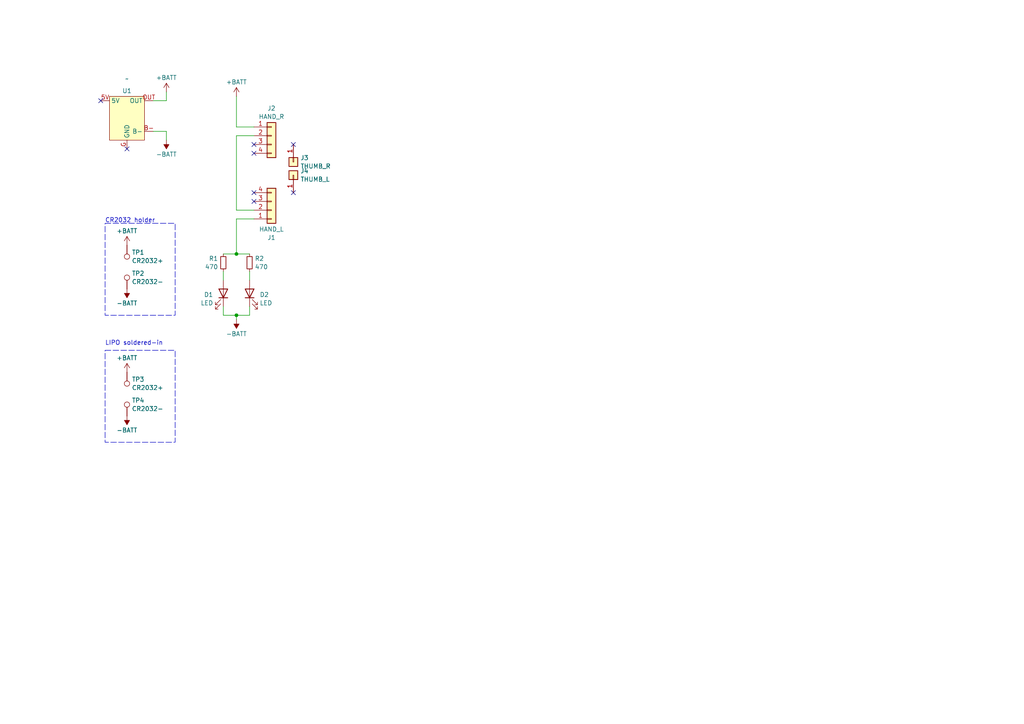
<source format=kicad_sch>
(kicad_sch (version 20230121) (generator eeschema)
  (paper "A4")
  (lib_symbols
    (symbol "Connector:TestPoint" (pin_numbers hide) (pin_names (offset 0.762) hide)
      (property "Reference" "TP" (at 0 6.858 0))
      (property "Value" "TestPoint" (at 0 5.08 0))
      (symbol "TestPoint_0_1"
        (circle (center 0 3.302) (radius 0.762))
      )
      (symbol "TestPoint_1_1"
        (pin passive line (at 0 0 90) (length 2.54) (name "1") (number "1"))
      )
    )
    (symbol "Connector_Generic:Conn_01x01" (pin_names (offset 1.016) hide)
      (property "Reference" "J" (at 0 2.54 0))
      (property "Value" "Conn_01x01" (at 0 -2.54 0))
      (symbol "Conn_01x01_1_1"
        (rectangle (start -1.27 0.127) (end 0 -0.127) (stroke (width 0.1524)))
        (rectangle (start -1.27 1.27) (end 1.27 -1.27) (stroke (width 0.254)) (fill (type background)))
        (pin passive line (at -5.08 0 0) (length 3.81) (name "Pin_1") (number "1"))
      )
    )
    (symbol "Connector_Generic:Conn_01x04" (pin_names (offset 1.016) hide)
      (property "Reference" "J" (at 0 5.08 0))
      (property "Value" "Conn_01x04" (at 0 -7.62 0))
      (symbol "Conn_01x04_1_1"
        (rectangle (start -1.27 -4.953) (end 0 -5.207) (stroke (width 0.1524)))
        (rectangle (start -1.27 -2.413) (end 0 -2.667) (stroke (width 0.1524)))
        (rectangle (start -1.27 0.127) (end 0 -0.127) (stroke (width 0.1524)))
        (rectangle (start -1.27 2.667) (end 0 2.413) (stroke (width 0.1524)))
        (rectangle (start -1.27 3.81) (end 1.27 -6.35) (stroke (width 0.254)) (fill (type background)))
        (pin passive line (at -5.08 2.54 0) (length 3.81) (name "Pin_1") (number "1"))
        (pin passive line (at -5.08 0 0) (length 3.81) (name "Pin_2") (number "2"))
        (pin passive line (at -5.08 -2.54 0) (length 3.81) (name "Pin_3") (number "3"))
        (pin passive line (at -5.08 -5.08 0) (length 3.81) (name "Pin_4") (number "4"))
      )
    )
    (symbol "Critbit_lib:TP4056_MODULE"
      (property "Reference" "U" (at 0 11.43 0))
      (symbol "TP4056_MODULE_1_1"
        (rectangle (start -5.08 6.35) (end 5.08 -6.35) (fill (type background)))
        (pin power_in line (at -7.62 5.08 0) (length 2.54) (name "5V") (number "5V"))
        (pin power_out line (at 7.62 5.08 180) (length 2.54) hide (name "B+") (number "B+"))
        (pin power_in line (at 7.62 -3.81 180) (length 2.54) (name "B-") (number "B-"))
        (pin input line (at 0 -8.89 90) (length 2.54) (name "GND") (number "G"))
        (pin power_out line (at 0 -8.89 90) (length 2.54) hide (name "GND") (number "G2"))
        (pin power_out line (at 7.62 5.08 180) (length 2.54) (name "OUT") (number "OUT"))
      )
    )
    (symbol "Device:LED" (pin_numbers hide) (pin_names (offset 1.016) hide)
      (property "Reference" "D" (at 0 2.54 0))
      (property "Value" "LED" (at 0 -2.54 0))
      (symbol "LED_0_1"
        (polyline (pts (xy -1.27 -1.27) (xy -1.27 1.27)) (stroke (width 0.254)))
        (polyline (pts (xy -1.27 0) (xy 1.27 0)))
        (polyline (pts (xy 1.27 -1.27) (xy 1.27 1.27) (xy -1.27 0) (xy 1.27 -1.27)) (stroke (width 0.254)))
        (polyline (pts (xy -3.048 -0.762) (xy -4.572 -2.286) (xy -3.81 -2.286) (xy -4.572 -2.286) (xy -4.572 -1.524)))
        (polyline (pts (xy -1.778 -0.762) (xy -3.302 -2.286) (xy -2.54 -2.286) (xy -3.302 -2.286) (xy -3.302 -1.524)))
      )
      (symbol "LED_1_1"
        (pin passive line (at -3.81 0 0) (length 2.54) (name "K") (number "1"))
        (pin passive line (at 3.81 0 180) (length 2.54) (name "A") (number "2"))
      )
    )
    (symbol "Device:R_Small" (pin_numbers hide) (pin_names (offset 0.254) hide)
      (property "Reference" "R" (at 0.762 0.508 0))
      (property "Value" "R_Small" (at 0.762 -1.016 0))
      (symbol "R_Small_0_1"
        (rectangle (start -0.762 1.778) (end 0.762 -1.778) (stroke (width 0.2032)))
      )
      (symbol "R_Small_1_1"
        (pin passive line (at 0 2.54 270) (length 0.762) (name "~") (number "1"))
        (pin passive line (at 0 -2.54 90) (length 0.762) (name "~") (number "2"))
      )
    )
    (symbol "power:+BATT" (power) (pin_names (offset 0))
      (property "Value" "+BATT" (at 0 3.556 0))
      (symbol "+BATT_0_1"
        (polyline (pts (xy -0.762 1.27) (xy 0 2.54)))
        (polyline (pts (xy 0 0) (xy 0 2.54)))
        (polyline (pts (xy 0 2.54) (xy 0.762 1.27)))
      )
      (symbol "+BATT_1_1"
        (pin power_in line (at 0 0 90) (length 0) hide (name "+BATT") (number "1"))
      )
    )
    (symbol "power:-BATT" (power) (pin_names (offset 0))
      (property "Value" "-BATT" (at 0 3.556 0))
      (symbol "-BATT_0_1"
        (polyline (pts (xy 0 0) (xy 0 2.54)))
        (polyline (pts (xy 0.762 1.27) (xy -0.762 1.27) (xy 0 2.54) (xy 0.762 1.27)) (fill (type outline)))
      )
      (symbol "-BATT_1_1"
        (pin power_in line (at 0 0 90) (length 0) hide (name "-BATT") (number "1"))
      )
    )
  )
  (junction (at 68.58 91.44))
  (junction (at 68.58 73.66))
  (no_connect (at 73.66 55.88))
  (no_connect (at 73.66 41.91))
  (no_connect (at 29.21 29.21))
  (no_connect (at 36.83 43.18))
  (no_connect (at 85.09 55.88))
  (no_connect (at 73.66 58.42))
  (no_connect (at 85.09 41.91))
  (no_connect (at 73.66 44.45))
  (wire (pts (xy 68.58 63.5) (xy 68.58 73.66)))
  (wire (pts (xy 48.26 38.1) (xy 44.45 38.1)))
  (wire (pts (xy 64.77 91.44) (xy 64.77 88.9)))
  (wire (pts (xy 68.58 91.44) (xy 64.77 91.44)))
  (wire (pts (xy 68.58 73.66) (xy 72.39 73.66)))
  (wire (pts (xy 48.26 40.64) (xy 48.26 38.1)))
  (wire (pts (xy 73.66 39.37) (xy 68.58 39.37)))
  (wire (pts (xy 64.77 81.28) (xy 64.77 78.74)))
  (wire (pts (xy 73.66 60.96) (xy 68.58 60.96)))
  (wire (pts (xy 73.66 36.83) (xy 68.58 36.83)))
  (wire (pts (xy 68.58 39.37) (xy 68.58 60.96)))
  (wire (pts (xy 48.26 29.21) (xy 44.45 29.21)))
  (wire (pts (xy 73.66 63.5) (xy 68.58 63.5)))
  (wire (pts (xy 72.39 91.44) (xy 68.58 91.44)))
  (wire (pts (xy 48.26 26.67) (xy 48.26 29.21)))
  (wire (pts (xy 72.39 88.9) (xy 72.39 91.44)))
  (wire (pts (xy 68.58 91.44) (xy 68.58 92.71)))
  (wire (pts (xy 68.58 36.83) (xy 68.58 27.94)))
  (wire (pts (xy 72.39 78.74) (xy 72.39 81.28)))
  (wire (pts (xy 68.58 73.66) (xy 64.77 73.66)))
  (rectangle (start 30.48 101.6) (end 50.8 128.27) (stroke (width 0) (type dash)))
  (rectangle (start 30.48 64.77) (end 50.8 91.44) (stroke (width 0) (type dash)))
  (text "CR2032 holder" (at 30.48 64.77 0) (effects (font (size 1.27 1.27)) (justify left bottom)))
  (text "LIPO soldered-in" (at 30.48 100.33 0) (effects (font (size 1.27 1.27)) (justify left bottom)))
  (symbol (lib_id "power:+BATT") (at 36.83 71.12 0) (unit 1)
    (property "Reference" "#PWR05" (effects hide))
    (property "Value" "+BATT" (at 36.83 66.9869 0))
  )
  (symbol (lib_id "Connector:TestPoint") (at 36.83 71.12 180) (unit 1)
    (property "Reference" "TP1" (at 38.227 73.2099 0) (effects (justify right)))
    (property "Value" "CR2032+" (at 38.227 75.6341 0) (effects (justify right)))
    (property "Footprint" "TestPoint:TestPoint_Pad_4.0x4.0mm" (effects hide))
  )
  (symbol (lib_id "Connector:TestPoint") (at 36.83 83.82 0) (unit 1)
    (property "Reference" "TP2" (at 38.227 79.3059 0) (effects (justify left)))
    (property "Value" "CR2032-" (at 38.227 81.7301 0) (effects (justify left)))
    (property "Footprint" "TestPoint:TestPoint_Pad_4.0x4.0mm" (effects hide))
  )
  (symbol (lib_id "Connector_Generic:Conn_01x01") (at 85.09 50.8 90) (unit 1)
    (property "Reference" "J4" (at 87.122 49.5879 90) (effects (justify right)))
    (property "Value" "THUMB_L" (at 87.122 52.0121 90) (effects (justify right)))
    (property "Footprint" "Connector_PinHeader_2.54mm:PinHeader_1x01_P2.54mm_Vertical" (effects hide))
  )
  (symbol (lib_id "Connector_Generic:Conn_01x04") (at 78.74 60.96 0) (mirror x) (unit 1)
    (property "Reference" "J1" (at 78.74 68.9143 0))
    (property "Value" "HAND_L" (at 78.74 66.4901 0))
    (property "Footprint" "Critbit_lib:Neko_hands" (effects hide))
  )
  (symbol (lib_id "power:-BATT") (at 36.83 120.65 180) (unit 1)
    (property "Reference" "#PWR08" (effects hide))
    (property "Value" "-BATT" (at 36.83 124.7831 0))
  )
  (symbol (lib_id "Device:R_Small") (at 64.77 76.2 0) (mirror y) (unit 1)
    (property "Reference" "R1" (at 63.2714 74.9879 0) (effects (justify left)))
    (property "Value" "470" (at 63.2714 77.4121 0) (effects (justify left)))
    (property "Footprint" "LED_SMD:LED_0805_2012Metric_Pad1.15x1.40mm_HandSolder" (effects hide))
  )
  (symbol (lib_id "power:-BATT") (at 36.83 83.82 180) (unit 1)
    (property "Reference" "#PWR06" (effects hide))
    (property "Value" "-BATT" (at 36.83 87.9531 0))
  )
  (symbol (lib_id "power:-BATT") (at 48.26 40.64 180) (unit 1)
    (property "Reference" "#PWR04" (effects hide))
    (property "Value" "-BATT" (at 48.26 44.7731 0))
  )
  (symbol (lib_id "Critbit_lib:TP4056_MODULE") (at 36.83 34.29 0) (unit 1)
    (property "Reference" "U1" (at 36.83 26.3469 0))
    (property "Value" "~" (at 36.83 22.86 0))
    (property "Footprint" "Critbit_lib:TP4056_MODULE" (effects hide))
  )
  (symbol (lib_id "Device:R_Small") (at 72.39 76.2 0) (unit 1)
    (property "Reference" "R2" (at 73.8886 74.9879 0) (effects (justify left)))
    (property "Value" "470" (at 73.8886 77.4121 0) (effects (justify left)))
    (property "Footprint" "LED_SMD:LED_0805_2012Metric_Pad1.15x1.40mm_HandSolder" (effects hide))
  )
  (symbol (lib_id "Connector_Generic:Conn_01x04") (at 78.74 39.37 0) (unit 1)
    (property "Reference" "J2" (at 78.74 31.4157 0))
    (property "Value" "HAND_R" (at 78.74 33.8399 0))
    (property "Footprint" "Critbit_lib:Neko_hands" (effects hide))
  )
  (symbol (lib_id "Connector:TestPoint") (at 36.83 120.65 0) (unit 1)
    (property "Reference" "TP4" (at 38.227 116.1359 0) (effects (justify left)))
    (property "Value" "CR2032-" (at 38.227 118.5601 0) (effects (justify left)))
    (property "Footprint" "TestPoint:TestPoint_Pad_2.5x2.5mm" (effects hide))
  )
  (symbol (lib_id "Connector:TestPoint") (at 36.83 107.95 180) (unit 1)
    (property "Reference" "TP3" (at 38.227 110.0399 0) (effects (justify right)))
    (property "Value" "CR2032+" (at 38.227 112.4641 0) (effects (justify right)))
    (property "Footprint" "TestPoint:TestPoint_Pad_2.5x2.5mm" (effects hide))
  )
  (symbol (lib_id "Device:LED") (at 72.39 85.09 90) (unit 1)
    (property "Reference" "D2" (at 75.311 85.4654 90) (effects (justify right)))
    (property "Value" "LED" (at 75.311 87.8896 90) (effects (justify right)))
    (property "Footprint" "Diode_SMD:D_1812_4532Metric_Pad1.30x3.40mm_HandSolder" (effects hide))
  )
  (symbol (lib_id "power:-BATT") (at 68.58 92.71 0) (mirror x) (unit 1)
    (property "Reference" "#PWR02" (effects hide))
    (property "Value" "-BATT" (at 68.58 96.8431 0))
  )
  (symbol (lib_id "power:+BATT") (at 68.58 27.94 0) (mirror y) (unit 1)
    (property "Reference" "#PWR01" (effects hide))
    (property "Value" "+BATT" (at 68.58 23.8069 0))
  )
  (symbol (lib_id "Connector_Generic:Conn_01x01") (at 85.09 46.99 270) (unit 1)
    (property "Reference" "J3" (at 87.122 45.7779 90) (effects (justify left)))
    (property "Value" "THUMB_R" (at 87.122 48.2021 90) (effects (justify left)))
    (property "Footprint" "Connector_PinHeader_2.54mm:PinHeader_1x01_P2.54mm_Vertical" (effects hide))
  )
  (symbol (lib_id "power:+BATT") (at 36.83 107.95 0) (unit 1)
    (property "Reference" "#PWR07" (effects hide))
    (property "Value" "+BATT" (at 36.83 103.8169 0))
  )
  (symbol (lib_id "Device:LED") (at 64.77 85.09 270) (mirror x) (unit 1)
    (property "Reference" "D1" (at 61.849 85.4654 90) (effects (justify right)))
    (property "Value" "LED" (at 61.849 87.8896 90) (effects (justify right)))
    (property "Footprint" "Diode_SMD:D_1812_4532Metric_Pad1.30x3.40mm_HandSolder" (effects hide))
  )
  (symbol (lib_id "power:+BATT") (at 48.26 26.67 0) (unit 1)
    (property "Reference" "#PWR03" (effects hide))
    (property "Value" "+BATT" (at 48.26 22.5369 0))
  )
)
</source>
